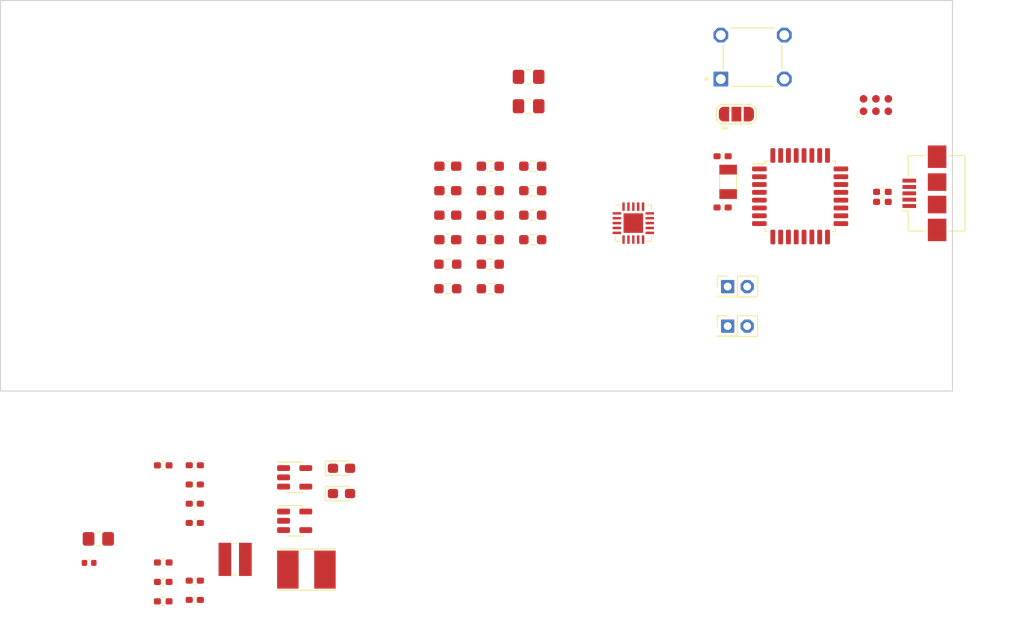
<source format=kicad_pcb>
(kicad_pcb (version 20240108) (generator "pcbnew") (generator_version "8.0")
  (layers (0 "F.Cu" signal) (31 "B.Cu" signal) (34 "B.Paste" user) (35 "F.Paste" user) (36 "B.SilkS" user "B.Silkscreen") (37 "F.SilkS" user "F.Silkscreen") (38 "B.Mask" user) (39 "F.Mask" user) (44 "Edge.Cuts" user))
  (net 0 "")
  (net 1 "Net-(U1-VOC_SAMP)")
  (net 2 "GND")
  (net 3 "/VBAT")
  (net 4 "Net-(U1-VOUT)")
  (net 5 "/SC")
  (net 6 "Net-(U1-VREF_SAMP)")
  (net 7 "+5V")
  (net 8 "VCC")
  (net 9 "Net-(U3-PC14)")
  (net 10 "Net-(U3-PC15)")
  (net 11 "/~{RST}")
  (net 12 "Net-(D1-K)")
  (net 13 "Net-(D2-K)")
  (net 14 "/LED")
  (net 15 "/SWDIO")
  (net 17 "/SWCLK")
  (net 19 "Net-(J6-D-)")
  (net 20 "Net-(J6-D+)")
  (net 22 "Net-(JP1-A)")
  (net 23 "/BOOT0")
  (net 25 "Net-(U1-LBUCK)")
  (net 26 "Net-(U1-LBOOST)")
  (net 27 "Net-(U1-VBAT_OV)")
  (net 28 "Net-(U1-VRDIV)")
  (net 29 "Net-(U1-OK_HYST)")
  (net 30 "Net-(U1-VOUT_SET)")
  (net 31 "Net-(U1-OK_PROG)")
  (net 32 "/VOUT_EN")
  (net 33 "/~{EN}")
  (net 34 "Net-(U2-PROG)")
  (net 35 "Net-(U2-STAT)")
  (net 36 "Net-(R13-Pad1)")
  (net 37 "/SCL")
  (net 38 "/SDA")
  (net 39 "/USB+")
  (net 40 "/USB-")
  (net 41 "/BAT_V_SENS")
  (net 44 "/VBAT_OK_t")
  (net 45 "/BAT_V")
  (net 46 "/SCK")
  (net 47 "/PA3")
  (net 48 "/PA4")
  (net 49 "/PA5")
  (net 50 "/MISO")
  (net 51 "/MOSI")
  (net 52 "/BUSY")
  (net 53 "/E-PAPER_RST")
  (net 54 "/PA8")
  (net 55 "/PA15")
  (net 56 "/DC")
  (net 57 "/PB5")
  (net 58 "/PB6")
  (net 59 "/PB7")
  (footprint "Connector_PinHeader_2.00mm:PinHeader_2x01_P2.00mm_Vertical" (layer "F.Cu") (at 184.475 104.35)
    (property "Reference" "J3" (hide yes))
    (property "Value" "Solar cell")
    (fp_line (start -1.06 -1.06) (end 0 -1.06) (stroke (width 0.12)) (layer "F.SilkS"))
    (fp_line (start -1.06 0) (end -1.06 -1.06) (stroke (width 0.12)) (layer "F.SilkS"))
    (fp_line (start -1.06 1) (end -1.06 1.06) (stroke (width 0.12)) (layer "F.SilkS"))
    (fp_line (start -1.06 1) (end 1 1) (stroke (width 0.12)) (layer "F.SilkS"))
    (fp_line (start -1.06 1.06) (end 3.06 1.06) (stroke (width 0.12)) (layer "F.SilkS"))
    (fp_line (start 1 -1.06) (end 3.06 -1.06) (stroke (width 0.12)) (layer "F.SilkS"))
    (fp_line (start 1 1) (end 1 -1.06) (stroke (width 0.12)) (layer "F.SilkS"))
    (fp_line (start 3.06 -1.06) (end 3.06 1.06) (stroke (width 0.12)) (layer "F.SilkS"))
    (pad "1" thru_hole custom (at 0 0) (size 1.35 1.35) (drill 0.8) (layers "*.Cu" "*.Mask") (net 5 "/SC") (options (clearance convexhull) (anchor circle)) (primitives (gr_poly (pts (xy 0.625 0.625) (xy -0.625 0.625) (xy -0.625 -0.625) (xy 0.625 -0.625)) (width 0.1) (fill yes))))
    (pad "2" thru_hole custom (at 2 0) (size 1.35 1.35) (drill 0.8) (layers "*.Cu" "*.Mask") (net 2 "GND") (options (clearance convexhull) (anchor circle)) (primitives (gr_poly (pts (xy 0.625 0.258884) (xy 0.258884 0.625) (xy -0.258884 0.625) (xy -0.625 0.258884) (xy -0.625 -0.258884) (xy -0.258884 -0.625) (xy 0.258884 -0.625) (xy 0.625 -0.258884)) (width 0.1) (fill yes))))
  )
  (footprint "Capacitor_SMD:C_0402_1005Metric_Pad0.74x0.62mm_HandSolder" (layer "F.Cu") (at 129.9 124.51)
    (property "Reference" "C9" (hide yes))
    (property "Value" "0.1uF")
    (fp_line (start -0.115835 -0.36) (end 0.115835 -0.36) (stroke (width 0.12)) (layer "F.SilkS"))
    (fp_line (start -0.115835 0.36) (end 0.115835 0.36) (stroke (width 0.12)) (layer "F.SilkS"))
    (pad "1" smd roundrect (at -0.5675 0) (size 0.735 0.62) (layers "F.Cu" "F.Paste" "F.Mask") (net 3 "/VBAT"))
    (pad "2" smd roundrect (at 0.5675 0) (size 0.735 0.62) (layers "F.Cu" "F.Paste" "F.Mask") (net 2 "GND"))
  )
  (footprint "Capacitor_SMD:C_0603_1608Metric_Pad1.08x0.95mm_HandSolder" (layer "F.Cu") (at 155.8125 95.5)
    (property "Reference" "C8" (hide yes))
    (property "Value" "10uF")
    (fp_line (start -0.146267 -0.51) (end 0.146267 -0.51) (stroke (width 0.12)) (layer "F.SilkS"))
    (fp_line (start -0.146267 0.51) (end 0.146267 0.51) (stroke (width 0.12)) (layer "F.SilkS"))
    (pad "1" smd roundrect (at -0.8625 0) (size 1.075 0.95) (layers "F.Cu" "F.Paste" "F.Mask") (net 2 "GND"))
    (pad "2" smd roundrect (at 0.8625 0) (size 1.075 0.95) (layers "F.Cu" "F.Paste" "F.Mask") (net 8 "VCC"))
  )
  (footprint "Connector_USB:USB_Micro-B_Amphenol_10104110_Horizontal" (layer "F.Cu") (at 204.625 90.75 90)
    (property "Reference" "J6" (hide yes))
    (property "Value" "USB_B_Micro")
    (fp_line (start 3.86 -1.66) (end 1.8 -1.66) (stroke (width 0.12)) (layer "F.SilkS"))
    (fp_line (start -1.8 -1.66) (end -1.8 -2.25) (stroke (width 0.12)) (layer "F.SilkS"))
    (fp_line (start -3.86 -1.66) (end -1.8 -1.66) (stroke (width 0.12)) (layer "F.SilkS"))
    (fp_line (start 3.86 0.05) (end 3.86 -1.66) (stroke (width 0.12)) (layer "F.SilkS"))
    (fp_line (start -3.86 0.05) (end -3.86 -1.66) (stroke (width 0.12)) (layer "F.SilkS"))
    (fp_line (start 3.86 4.16) (end 3.86 2.55) (stroke (width 0.12)) (layer "F.SilkS"))
    (fp_line (start -3.86 4.16) (end -3.86 2.55) (stroke (width 0.12)) (layer "F.SilkS"))
    (fp_line (start -3.86 4.16) (end 3.86 4.16) (stroke (width 0.12)) (layer "F.SilkS"))
    (pad "1" smd rect (at -1.3 -1.55 90) (size 0.4 1.4) (layers "F.Cu" "F.Paste" "F.Mask") (net 7 "+5V"))
    (pad "2" smd rect (at -0.65 -1.55 90) (size 0.4 1.4) (layers "F.Cu" "F.Paste" "F.Mask") (net 19 "Net-(J6-D-)"))
    (pad "3" smd rect (at 0 -1.55 90) (size 0.4 1.4) (layers "F.Cu" "F.Paste" "F.Mask") (net 20 "Net-(J6-D+)"))
    (pad "4" smd rect (at 0.65 -1.55 90) (size 0.4 1.4) (layers "F.Cu" "F.Paste" "F.Mask"))
    (pad "5" smd rect (at 1.3 -1.55 90) (size 0.4 1.4) (layers "F.Cu" "F.Paste" "F.Mask") (net 2 "GND"))
    (pad "6" smd rect (at -3.75 1.3 90) (size 2.3 1.9) (layers "F.Cu" "F.Paste" "F.Mask") (net 2 "GND"))
    (pad "6" smd rect (at -1.15 1.3 90) (size 1.8 1.9) (layers "F.Cu" "F.Paste" "F.Mask") (net 2 "GND"))
    (pad "6" smd rect (at 1.15 1.3 90) (size 1.8 1.9) (layers "F.Cu" "F.Paste" "F.Mask") (net 2 "GND"))
    (pad "6" smd rect (at 3.75 1.3 90) (size 2.3 1.9) (layers "F.Cu" "F.Paste" "F.Mask") (net 2 "GND"))
  )
  (footprint "Resistor_SMD:R_0402_1005Metric_Pad0.72x0.64mm_HandSolder" (layer "F.Cu") (at 200.325 90.6)
    (property "Reference" "R16" (hide yes))
    (property "Value" "27")
    (fp_line (start -0.167621 -0.38) (end 0.167621 -0.38) (stroke (width 0.12)) (layer "F.SilkS"))
    (fp_line (start -0.167621 0.38) (end 0.167621 0.38) (stroke (width 0.12)) (layer "F.SilkS"))
    (pad "1" smd roundrect (at -0.5975 0) (size 0.715 0.64) (layers "F.Cu" "F.Paste" "F.Mask") (net 39 "/USB+"))
    (pad "2" smd roundrect (at 0.5975 0) (size 0.715 0.64) (layers "F.Cu" "F.Paste" "F.Mask") (net 20 "Net-(J6-D+)"))
  )
  (footprint "Resistor_SMD:R_0603_1608Metric_Pad0.98x0.95mm_HandSolder" (layer "F.Cu") (at 160.1625 90.48)
    (property "Reference" "R4" (hide yes))
    (property "Value" "5.62M")
    (fp_line (start -0.254724 -0.5225) (end 0.254724 -0.5225) (stroke (width 0.12)) (layer "F.SilkS"))
    (fp_line (start -0.254724 0.5225) (end 0.254724 0.5225) (stroke (width 0.12)) (layer "F.SilkS"))
    (pad "1" smd roundrect (at -0.9125 0) (size 0.975 0.95) (layers "F.Cu" "F.Paste" "F.Mask") (net 2 "GND"))
    (pad "2" smd roundrect (at 0.9125 0) (size 0.975 0.95) (layers "F.Cu" "F.Paste" "F.Mask") (net 27 "Net-(U1-VBAT_OV)"))
  )
  (footprint "Capacitor_SMD:C_0402_1005Metric" (layer "F.Cu") (at 119.08 128.6)
    (property "Reference" "C13" (hide yes))
    (property "Value" "10pF")
    (fp_line (start -0.107836 -0.36) (end 0.107836 -0.36) (stroke (width 0.12)) (layer "F.SilkS"))
    (fp_line (start -0.107836 0.36) (end 0.107836 0.36) (stroke (width 0.12)) (layer "F.SilkS"))
    (pad "1" smd roundrect (at -0.48 0) (size 0.56 0.62) (layers "F.Cu" "F.Paste" "F.Mask") (net 11 "/~{RST}"))
    (pad "2" smd roundrect (at 0.48 0) (size 0.56 0.62) (layers "F.Cu" "F.Paste" "F.Mask") (net 2 "GND"))
  )
  (footprint "Capacitor_SMD:C_0603_1608Metric_Pad1.08x0.95mm_HandSolder" (layer "F.Cu") (at 155.8125 90.48)
    (property "Reference" "C3" (hide yes))
    (property "Value" "4.7uF")
    (fp_line (start -0.146267 -0.51) (end 0.146267 -0.51) (stroke (width 0.12)) (layer "F.SilkS"))
    (fp_line (start -0.146267 0.51) (end 0.146267 0.51) (stroke (width 0.12)) (layer "F.SilkS"))
    (pad "1" smd roundrect (at -0.8625 0) (size 1.075 0.95) (layers "F.Cu" "F.Paste" "F.Mask") (net 3 "/VBAT"))
    (pad "2" smd roundrect (at 0.8625 0) (size 1.075 0.95) (layers "F.Cu" "F.Paste" "F.Mask") (net 2 "GND"))
  )
  (footprint "Resistor_SMD:R_0603_1608Metric_Pad0.98x0.95mm_HandSolder" (layer "F.Cu") (at 164.5125 92.99)
    (property "Reference" "R11" (hide yes))
    (property "Value" "100")
    (fp_line (start -0.254724 -0.5225) (end 0.254724 -0.5225) (stroke (width 0.12)) (layer "F.SilkS"))
    (fp_line (start -0.254724 0.5225) (end 0.254724 0.5225) (stroke (width 0.12)) (layer "F.SilkS"))
    (pad "1" smd roundrect (at -0.9125 0) (size 0.975 0.95) (layers "F.Cu" "F.Paste" "F.Mask") (net 35 "Net-(U2-STAT)"))
    (pad "2" smd roundrect (at 0.9125 0) (size 0.975 0.95) (layers "F.Cu" "F.Paste" "F.Mask") (net 12 "Net-(D1-K)"))
  )
  (footprint "Capacitor_SMD:C_0402_1005Metric_Pad0.74x0.62mm_HandSolder" (layer "F.Cu") (at 129.9 130.42)
    (property "Reference" "C12" (hide yes))
    (property "Value" "0.1uF")
    (fp_line (start -0.115835 -0.36) (end 0.115835 -0.36) (stroke (width 0.12)) (layer "F.SilkS"))
    (fp_line (start -0.115835 0.36) (end 0.115835 0.36) (stroke (width 0.12)) (layer "F.SilkS"))
    (pad "1" smd roundrect (at -0.5675 0) (size 0.735 0.62) (layers "F.Cu" "F.Paste" "F.Mask") (net 8 "VCC"))
    (pad "2" smd roundrect (at 0.5675 0) (size 0.735 0.62) (layers "F.Cu" "F.Paste" "F.Mask") (net 2 "GND"))
  )
  (footprint "Crystal:Crystal_SMD_3215-2Pin_3.2x1.5mm" (layer "F.Cu") (at 184.525 89.575 -90)
    (property "Reference" "Y1" (hide yes))
    (property "Value" "32KHz")
    (fp_line (start -0.675 0.875) (end 0.675 0.875) (stroke (width 0.12)) (layer "F.SilkS"))
    (fp_line (start -0.675 -0.875) (end 0.675 -0.875) (stroke (width 0.12)) (layer "F.SilkS"))
    (pad "1" smd rect (at 1.25 0 270) (size 1 1.8) (layers "F.Cu" "F.Paste" "F.Mask") (net 10 "Net-(U3-PC15)"))
    (pad "2" smd rect (at -1.25 0 270) (size 1 1.8) (layers "F.Cu" "F.Paste" "F.Mask") (net 9 "Net-(U3-PC14)"))
  )
  (footprint "Capacitor_SMD:C_0402_1005Metric_Pad0.74x0.62mm_HandSolder" (layer "F.Cu") (at 129.9 132.39)
    (property "Reference" "C14" (hide yes))
    (property "Value" "0.1uF")
    (fp_line (start -0.115835 -0.36) (end 0.115835 -0.36) (stroke (width 0.12)) (layer "F.SilkS"))
    (fp_line (start -0.115835 0.36) (end 0.115835 0.36) (stroke (width 0.12)) (layer "F.SilkS"))
    (pad "1" smd roundrect (at -0.5675 0) (size 0.735 0.62) (layers "F.Cu" "F.Paste" "F.Mask") (net 8 "VCC"))
    (pad "2" smd roundrect (at 0.5675 0) (size 0.735 0.62) (layers "F.Cu" "F.Paste" "F.Mask") (net 2 "GND"))
  )
  (footprint "Connector_PinHeader_2.00mm:PinHeader_2x01_P2.00mm_Vertical" (layer "F.Cu") (at 184.475 100.3)
    (property "Reference" "J2" (hide yes))
    (property "Value" "Battery")
    (fp_line (start -1.06 -1.06) (end 0 -1.06) (stroke (width 0.12)) (layer "F.SilkS"))
    (fp_line (start -1.06 0) (end -1.06 -1.06) (stroke (width 0.12)) (layer "F.SilkS"))
    (fp_line (start -1.06 1) (end -1.06 1.06) (stroke (width 0.12)) (layer "F.SilkS"))
    (fp_line (start -1.06 1) (end 1 1) (stroke (width 0.12)) (layer "F.SilkS"))
    (fp_line (start -1.06 1.06) (end 3.06 1.06) (stroke (width 0.12)) (layer "F.SilkS"))
    (fp_line (start 1 -1.06) (end 3.06 -1.06) (stroke (width 0.12)) (layer "F.SilkS"))
    (fp_line (start 1 1) (end 1 -1.06) (stroke (width 0.12)) (layer "F.SilkS"))
    (fp_line (start 3.06 -1.06) (end 3.06 1.06) (stroke (width 0.12)) (layer "F.SilkS"))
    (pad "1" thru_hole custom (at 0 0) (size 1.35 1.35) (drill 0.8) (layers "*.Cu" "*.Mask") (net 3 "/VBAT") (options (clearance convexhull) (anchor circle)) (primitives (gr_poly (pts (xy 0.625 0.625) (xy -0.625 0.625) (xy -0.625 -0.625) (xy 0.625 -0.625)) (width 0.1) (fill yes))))
    (pad "2" thru_hole custom (at 2 0) (size 1.35 1.35) (drill 0.8) (layers "*.Cu" "*.Mask") (net 2 "GND") (options (clearance convexhull) (anchor circle)) (primitives (gr_poly (pts (xy 0.625 0.258884) (xy 0.258884 0.625) (xy -0.258884 0.625) (xy -0.625 0.258884) (xy -0.625 -0.258884) (xy -0.258884 -0.625) (xy 0.258884 -0.625) (xy 0.625 -0.258884)) (width 0.1) (fill yes))))
  )
  (footprint "Resistor_SMD:R_0603_1608Metric_Pad0.98x0.95mm_HandSolder" (layer "F.Cu") (at 160.1625 95.5)
    (property "Reference" "R6" (hide yes))
    (property "Value" "4.75M")
    (fp_line (start -0.254724 -0.5225) (end 0.254724 -0.5225) (stroke (width 0.12)) (layer "F.SilkS"))
    (fp_line (start -0.254724 0.5225) (end 0.254724 0.5225) (stroke (width 0.12)) (layer "F.SilkS"))
    (pad "1" smd roundrect (at -0.9125 0) (size 0.975 0.95) (layers "F.Cu" "F.Paste" "F.Mask") (net 2 "GND"))
    (pad "2" smd roundrect (at 0.9125 0) (size 0.975 0.95) (layers "F.Cu" "F.Paste" "F.Mask") (net 30 "Net-(U1-VOUT_SET)"))
  )
  (footprint "Resistor_SMD:R_0402_1005Metric_Pad0.72x0.64mm_HandSolder" (layer "F.Cu") (at 200.325 91.625)
    (property "Reference" "R17" (hide yes))
    (property "Value" "27")
    (fp_line (start -0.167621 -0.38) (end 0.167621 -0.38) (stroke (width 0.12)) (layer "F.SilkS"))
    (fp_line (start -0.167621 0.38) (end 0.167621 0.38) (stroke (width 0.12)) (layer "F.SilkS"))
    (pad "1" smd roundrect (at -0.5975 0) (size 0.715 0.64) (layers "F.Cu" "F.Paste" "F.Mask") (net 40 "/USB-"))
    (pad "2" smd roundrect (at 0.5975 0) (size 0.715 0.64) (layers "F.Cu" "F.Paste" "F.Mask") (net 19 "Net-(J6-D-)"))
  )
  (footprint "Resistor_SMD:R_0603_1608Metric_Pad0.98x0.95mm_HandSolder" (layer "F.Cu") (at 164.5125 87.97)
    (property "Reference" "R9" (hide yes))
    (property "Value" "4.22M")
    (fp_line (start -0.254724 -0.5225) (end 0.254724 -0.5225) (stroke (width 0.12)) (layer "F.SilkS"))
    (fp_line (start -0.254724 0.5225) (end 0.254724 0.5225) (stroke (width 0.12)) (layer "F.SilkS"))
    (pad "1" smd roundrect (at -0.9125 0) (size 0.975 0.95) (layers "F.Cu" "F.Paste" "F.Mask") (net 2 "GND"))
    (pad "2" smd roundrect (at 0.9125 0) (size 0.975 0.95) (layers "F.Cu" "F.Paste" "F.Mask") (net 31 "Net-(U1-OK_PROG)"))
  )
  (footprint "Resistor_SMD:R_0603_1608Metric_Pad0.98x0.95mm_HandSolder" (layer "F.Cu") (at 155.8125 100.52)
    (property "Reference" "R2" (hide yes))
    (property "Value" "330K")
    (fp_line (start -0.254724 -0.5225) (end 0.254724 -0.5225) (stroke (width 0.12)) (layer "F.SilkS"))
    (fp_line (start -0.254724 0.5225) (end 0.254724 0.5225) (stroke (width 0.12)) (layer "F.SilkS"))
    (pad "1" smd roundrect (at -0.9125 0) (size 0.975 0.95) (layers "F.Cu" "F.Paste" "F.Mask") (net 29 "Net-(U1-OK_HYST)"))
    (pad "2" smd roundrect (at 0.9125 0) (size 0.975 0.95) (layers "F.Cu" "F.Paste" "F.Mask") (net 28 "Net-(U1-VRDIV)"))
  )
  (footprint "Connector:Tag-Connect_TC2030-IDC-NL_2x03_P1.27mm_Vertical" (layer "F.Cu") (at 199.66 81.709)
    (property "Reference" "J4" (hide yes))
    (property "Value" "Conn_ARM_SWD_TagConnect_TC2030-NL")
    (fp_line (start -1.905 1.27) (end -1.905 0.635) (stroke (width 0.12)) (layer "F.SilkS"))
    (fp_line (start -1.27 1.27) (end -1.905 1.27) (stroke (width 0.12)) (layer "F.SilkS"))
    (pad "" np_thru_hole circle (at -2.54 0) (size 0.9906 0.9906) (drill 0.9906) (layers "*.Cu" "*.Mask"))
    (pad "" np_thru_hole circle (at 2.54 -1.016) (size 0.9906 0.9906) (drill 0.9906) (layers "*.Cu" "*.Mask"))
    (pad "" np_thru_hole circle (at 2.54 1.016) (size 0.9906 0.9906) (drill 0.9906) (layers "*.Cu" "*.Mask"))
    (pad "1" connect circle (at -1.27 0.635) (size 0.7874 0.7874) (layers "F.Cu" "F.Mask") (net 8 "VCC"))
    (pad "2" connect circle (at -1.27 -0.635) (size 0.7874 0.7874) (layers "F.Cu" "F.Mask") (net 15 "/SWDIO"))
    (pad "3" connect circle (at 0 0.635) (size 0.7874 0.7874) (layers "F.Cu" "F.Mask"))
    (pad "4" connect circle (at 0 -0.635) (size 0.7874 0.7874) (layers "F.Cu" "F.Mask") (net 17 "/SWCLK"))
    (pad "5" connect circle (at 1.27 0.635) (size 0.7874 0.7874) (layers "F.Cu" "F.Mask") (net 2 "GND"))
    (pad "6" connect circle (at 1.27 -0.635) (size 0.7874 0.7874) (layers "F.Cu" "F.Mask"))
  )
  (footprint "Inductor_SMD:L_Wuerth_MAPI-3015" (layer "F.Cu") (at 134.03 128.24)
    (property "Reference" "L1" (hide yes))
    (property "Value" "4.7uH")
    (fp_line (start -0.2 -1.6) (end 0.2 -1.6) (stroke (width 0.12)) (layer "F.SilkS"))
    (fp_line (start -0.2 1.6) (end 0.2 1.6) (stroke (width 0.12)) (layer "F.SilkS"))
    (pad "1" smd rect (at -1.05 0) (size 1.3 3.4) (layers "F.Cu" "F.Paste" "F.Mask") (net 25 "Net-(U1-LBUCK)"))
    (pad "2" smd rect (at 1.05 0) (size 1.3 3.4) (layers "F.Cu" "F.Paste" "F.Mask") (net 4 "Net-(U1-VOUT)"))
  )
  (footprint "Capacitor_SMD:C_0402_1005Metric_Pad0.74x0.62mm_HandSolder" (layer "F.Cu") (at 129.9 122.54)
    (property "Reference" "C7" (hide yes))
    (property "Value" "0.1uF")
    (fp_line (start -0.115835 -0.36) (end 0.115835 -0.36) (stroke (width 0.12)) (layer "F.SilkS"))
    (fp_line (start -0.115835 0.36) (end 0.115835 0.36) (stroke (width 0.12)) (layer "F.SilkS"))
    (pad "1" smd roundrect (at -0.5675 0) (size 0.735 0.62) (layers "F.Cu" "F.Paste" "F.Mask") (net 7 "+5V"))
    (pad "2" smd roundrect (at 0.5675 0) (size 0.735 0.62) (layers "F.Cu" "F.Paste" "F.Mask") (net 2 "GND"))
  )
  (footprint "Resistor_SMD:R_0603_1608Metric_Pad0.98x0.95mm_HandSolder" (layer "F.Cu") (at 164.5125 90.48)
    (property "Reference" "R10" (hide yes))
    (property "Value" "10k")
    (fp_line (start -0.254724 -0.5225) (end 0.254724 -0.5225) (stroke (width 0.12)) (layer "F.SilkS"))
    (fp_line (start -0.254724 0.5225) (end 0.254724 0.5225) (stroke (width 0.12)) (layer "F.SilkS"))
    (pad "1" smd roundrect (at -0.9125 0) (size 0.975 0.95) (layers "F.Cu" "F.Paste" "F.Mask") (net 2 "GND"))
    (pad "2" smd roundrect (at 0.9125 0) (size 0.975 0.95) (layers "F.Cu" "F.Paste" "F.Mask") (net 34 "Net-(U2-PROG)"))
  )
  (footprint "Resistor_SMD:R_0603_1608Metric_Pad0.98x0.95mm_HandSolder" (layer "F.Cu") (at 164.5125 95.5)
    (property "Reference" "R18" (hide yes))
    (property "Value" "100")
    (fp_line (start -0.254724 -0.5225) (end 0.254724 -0.5225) (stroke (width 0.12)) (layer "F.SilkS"))
    (fp_line (start -0.254724 0.5225) (end 0.254724 0.5225) (stroke (width 0.12)) (layer "F.SilkS"))
    (pad "1" smd roundrect (at -0.9125 0) (size 0.975 0.95) (layers "F.Cu" "F.Paste" "F.Mask") (net 2 "GND"))
    (pad "2" smd roundrect (at 0.9125 0) (size 0.975 0.95) (layers "F.Cu" "F.Paste" "F.Mask") (net 13 "Net-(D2-K)"))
  )
  (footprint "Resistor_SMD:R_0402_1005Metric_Pad0.72x0.64mm_HandSolder" (layer "F.Cu") (at 126.67 132.54)
    (property "Reference" "R21" (hide yes))
    (property "Value" "100K")
    (fp_line (start -0.167621 -0.38) (end 0.167621 -0.38) (stroke (width 0.12)) (layer "F.SilkS"))
    (fp_line (start -0.167621 0.38) (end 0.167621 0.38) (stroke (width 0.12)) (layer "F.SilkS"))
    (pad "1" smd roundrect (at -0.5975 0) (size 0.715 0.64) (layers "F.Cu" "F.Paste" "F.Mask") (net 41 "/BAT_V_SENS"))
    (pad "2" smd roundrect (at 0.5975 0) (size 0.715 0.64) (layers "F.Cu" "F.Paste" "F.Mask") (net 2 "GND"))
  )
  (footprint "LED_SMD:LED_0603_1608Metric_Pad1.05x0.95mm_HandSolder" (layer "F.Cu") (at 144.925 118.91)
    (property "Reference" "D1" (hide yes))
    (property "Value" "RED")
    (fp_line (start -1.66 -0.735) (end -1.66 0.735) (stroke (width 0.12)) (layer "F.SilkS"))
    (fp_line (start -1.66 0.735) (end 0.8 0.735) (stroke (width 0.12)) (layer "F.SilkS"))
    (fp_line (start 0.8 -0.735) (end -1.66 -0.735) (stroke (width 0.12)) (layer "F.SilkS"))
    (pad "1" smd roundrect (at -0.875 0) (size 1.05 0.95) (layers "F.Cu" "F.Paste" "F.Mask") (net 12 "Net-(D1-K)"))
    (pad "2" smd roundrect (at 0.875 0) (size 1.05 0.95) (layers "F.Cu" "F.Paste" "F.Mask") (net 7 "+5V"))
  )
  (footprint "Resistor_SMD:R_0402_1005Metric_Pad0.72x0.64mm_HandSolder" (layer "F.Cu") (at 126.67 128.56)
    (property "Reference" "R19" (hide yes))
    (property "Value" "10K")
    (fp_line (start -0.167621 -0.38) (end 0.167621 -0.38) (stroke (width 0.12)) (layer "F.SilkS"))
    (fp_line (start -0.167621 0.38) (end 0.167621 0.38) (stroke (width 0.12)) (layer "F.SilkS"))
    (pad "1" smd roundrect (at -0.5975 0) (size 0.715 0.64) (layers "F.Cu" "F.Paste" "F.Mask") (net 2 "GND"))
    (pad "2" smd roundrect (at 0.5975 0) (size 0.715 0.64) (layers "F.Cu" "F.Paste" "F.Mask") (net 22 "Net-(JP1-A)"))
  )
  (footprint "Capacitor_SMD:C_0603_1608Metric_Pad1.08x0.95mm_HandSolder" (layer "F.Cu") (at 155.8125 92.99)
    (property "Reference" "C5" (hide yes))
    (property "Value" "10uF")
    (fp_line (start -0.146267 -0.51) (end 0.146267 -0.51) (stroke (width 0.12)) (layer "F.SilkS"))
    (fp_line (start -0.146267 0.51) (end 0.146267 0.51) (stroke (width 0.12)) (layer "F.SilkS"))
    (pad "1" smd roundrect (at -0.8625 0) (size 1.075 0.95) (layers "F.Cu" "F.Paste" "F.Mask") (net 5 "/SC"))
    (pad "2" smd roundrect (at 0.8625 0) (size 1.075 0.95) (layers "F.Cu" "F.Paste" "F.Mask") (net 2 "GND"))
  )
  (footprint "Jumper:SolderJumper-3_P1.3mm_Open_RoundedPad1.0x1.5mm" (layer "F.Cu") (at 185.37 82.64)
    (property "Reference" "JP1" (hide yes))
    (property "Value" "BOOT")
    (fp_line (start -2.05 0.3) (end -2.05 -0.3) (stroke (width 0.12)) (layer "F.SilkS"))
    (fp_line (start -1.5 1.5) (end -0.9 1.5) (stroke (width 0.12)) (layer "F.SilkS"))
    (fp_line (start -1.4 -1) (end 1.4 -1) (stroke (width 0.12)) (layer "F.SilkS"))
    (fp_line (start -1.2 1.2) (end -1.5 1.5) (stroke (width 0.12)) (layer "F.SilkS"))
    (fp_line (start -1.2 1.2) (end -0.9 1.5) (stroke (width 0.12)) (layer "F.SilkS"))
    (fp_line (start 1.4 1) (end -1.4 1) (stroke (width 0.12)) (layer "F.SilkS"))
    (fp_line (start 2.05 -0.3) (end 2.05 0.3) (stroke (width 0.12)) (layer "F.SilkS"))
    (fp_arc (start -2.05 -0.3) (mid -1.844975 -0.794975) (end -1.35 -1) (stroke (width 0.12)) (layer "F.SilkS"))
    (fp_arc (start -1.35 1) (mid -1.844975 0.794975) (end -2.05 0.3) (stroke (width 0.12)) (layer "F.SilkS"))
    (fp_arc (start 1.35 -1) (mid 1.844975 -0.794975) (end 2.05 -0.3) (stroke (width 0.12)) (layer "F.SilkS"))
    (fp_arc (start 2.05 0.3) (mid 1.844975 0.794975) (end 1.35 1) (stroke (width 0.12)) (layer "F.SilkS"))
    (pad "1" smd custom (at -1.3 0) (size 1 0.5) (layers "F.Cu" "F.Mask") (net 22 "Net-(JP1-A)") (options (clearance outline) (anchor rect)) (primitives (gr_circle (center 0 0.25) (end 0.5 0.25) (width 0) (fill yes)) (gr_circle (center 0 -0.25) (end 0.5 -0.25) (width 0) (fill yes)) (gr_poly (pts (xy 0.55 0.75) (xy 0 0.75) (xy 0 -0.75) (xy 0.55 -0.75)) (width 0) (fill yes))))
    (pad "2" smd rect (at 0 0) (size 1 1.5) (layers "F.Cu" "F.Mask") (net 23 "/BOOT0"))
    (pad "3" smd custom (at 1.3 0) (size 1 0.5) (layers "F.Cu" "F.Mask") (options (clearance outline) (anchor rect)) (primitives (gr_circle (center 0 0.25) (end 0.5 0.25) (width 0) (fill yes)) (gr_circle (center 0 -0.25) (end 0.5 -0.25) (width 0) (fill yes)) (gr_poly (pts (xy 0 0.75) (xy -0.55 0.75) (xy -0.55 -0.75) (xy 0 -0.75)) (width 0) (fill yes))))
  )
  (footprint "LED_SMD:LED_0603_1608Metric_Pad1.05x0.95mm_HandSolder" (layer "F.Cu") (at 144.925 121.5)
    (property "Reference" "D2" (hide yes))
    (property "Value" "RED")
    (fp_line (start -1.66 -0.735) (end -1.66 0.735) (stroke (width 0.12)) (layer "F.SilkS"))
    (fp_line (start -1.66 0.735) (end 0.8 0.735) (stroke (width 0.12)) (layer "F.SilkS"))
    (fp_line (start 0.8 -0.735) (end -1.66 -0.735) (stroke (width 0.12)) (layer "F.SilkS"))
    (pad "1" smd roundrect (at -0.875 0) (size 1.05 0.95) (layers "F.Cu" "F.Paste" "F.Mask") (net 13 "Net-(D2-K)"))
    (pad "2" smd roundrect (at 0.875 0) (size 1.05 0.95) (layers "F.Cu" "F.Paste" "F.Mask") (net 14 "/LED"))
  )
  (footprint "Package_TO_SOT_SMD:TSOT-23-5" (layer "F.Cu") (at 140.13 124.29)
    (property "Reference" "U4" (hide yes))
    (property "Value" "ADP160AUJZ-3.3-R7")
    (fp_line (start 0 -1.56) (end -1.8 -1.56) (stroke (width 0.12)) (layer "F.SilkS"))
    (fp_line (start 0 -1.56) (end 0.8 -1.56) (stroke (width 0.12)) (layer "F.SilkS"))
    (fp_line (start 0 1.56) (end -0.8 1.56) (stroke (width 0.12)) (layer "F.SilkS"))
    (fp_line (start 0 1.56) (end 0.8 1.56) (stroke (width 0.12)) (layer "F.SilkS"))
    (pad "1" smd roundrect (at -1.1375 -0.95) (size 1.325 0.6) (layers "F.Cu" "F.Paste" "F.Mask") (net 3 "/VBAT"))
    (pad "2" smd roundrect (at -1.1375 0) (size 1.325 0.6) (layers "F.Cu" "F.Paste" "F.Mask") (net 2 "GND"))
    (pad "3" smd roundrect (at -1.1375 0.95) (size 1.325 0.6) (layers "F.Cu" "F.Paste" "F.Mask") (net 3 "/VBAT"))
    (pad "4" smd roundrect (at 1.1375 0.95) (size 1.325 0.6) (layers "F.Cu" "F.Paste" "F.Mask"))
    (pad "5" smd roundrect (at 1.1375 -0.95) (size 1.325 0.6) (layers "F.Cu" "F.Paste" "F.Mask") (net 8 "VCC"))
  )
  (footprint "Resistor_SMD:R_0402_1005Metric_Pad0.72x0.64mm_HandSolder" (layer "F.Cu") (at 126.67 118.61)
    (property "Reference" "R13" (hide yes))
    (property "Value" "330")
    (fp_line (start -0.167621 -0.38) (end 0.167621 -0.38) (stroke (width 0.12)) (layer "F.SilkS"))
    (fp_line (start -0.167621 0.38) (end 0.167621 0.38) (stroke (width 0.12)) (layer "F.SilkS"))
    (pad "1" smd roundrect (at -0.5975 0) (size 0.715 0.64) (layers "F.Cu" "F.Paste" "F.Mask") (net 36 "Net-(R13-Pad1)"))
    (pad "2" smd roundrect (at 0.5975 0) (size 0.715 0.64) (layers "F.Cu" "F.Paste" "F.Mask") (net 11 "/~{RST}"))
  )
  (footprint "Resistor_SMD:R_0603_1608Metric_Pad0.98x0.95mm_HandSolder" (layer "F.Cu") (at 160.1625 87.97)
    (property "Reference" "R3" (hide yes))
    (property "Value" "8.25M")
    (fp_line (start -0.254724 -0.5225) (end 0.254724 -0.5225) (stroke (width 0.12)) (layer "F.SilkS"))
    (fp_line (start -0.254724 0.5225) (end 0.254724 0.5225) (stroke (width 0.12)) (layer "F.SilkS"))
    (pad "1" smd roundrect (at -0.9125 0) (size 0.975 0.95) (layers "F.Cu" "F.Paste" "F.Mask") (net 30 "Net-(U1-VOUT_SET)"))
    (pad "2" smd roundrect (at 0.9125 0) (size 0.975 0.95) (layers "F.Cu" "F.Paste" "F.Mask") (net 28 "Net-(U1-VRDIV)"))
  )
  (footprint "Resistor_SMD:R_0603_1608Metric_Pad0.98x0.95mm_HandSolder" (layer "F.Cu") (at 160.1625 92.99)
    (property "Reference" "R5" (hide yes))
    (property "Value" "8.45M")
    (fp_line (start -0.254724 -0.5225) (end 0.254724 -0.5225) (stroke (width 0.12)) (layer "F.SilkS"))
    (fp_line (start -0.254724 0.5225) (end 0.254724 0.5225) (stroke (width 0.12)) (layer "F.SilkS"))
    (pad "1" smd roundrect (at -0.9125 0) (size 0.975 0.95) (layers "F.Cu" "F.Paste" "F.Mask") (net 31 "Net-(U1-OK_PROG)"))
    (pad "2" smd roundrect (at 0.9125 0) (size 0.975 0.95) (layers "F.Cu" "F.Paste" "F.Mask") (net 29 "Net-(U1-OK_HYST)"))
  )
  (footprint "Resistor_SMD:R_0603_1608Metric_Pad0.98x0.95mm_HandSolder" (layer "F.Cu") (at 160.1625 100.52)
    (property "Reference" "R8" (hide yes))
    (property "Value" "10k")
    (fp_line (start -0.254724 -0.5225) (end 0.254724 -0.5225) (stroke (width 0.12)) (layer "F.SilkS"))
    (fp_line (start -0.254724 0.5225) (end 0.254724 0.5225) (stroke (width 0.12)) (layer "F.SilkS"))
    (pad "1" smd roundrect (at -0.9125 0) (size 0.975 0.95) (layers "F.Cu" "F.Paste" "F.Mask") (net 2 "GND"))
    (pad "2" smd roundrect (at 0.9125 0) (size 0.975 0.95) (layers "F.Cu" "F.Paste" "F.Mask") (net 33 "/~{EN}"))
  )
  (footprint "Inductor_SMD:L_Taiyo-Yuden_NR-40xx_HandSoldering" (layer "F.Cu") (at 141.33 129.29)
    (property "Reference" "L2" (hide yes))
    (property "Value" "22uH")
    (fp_line (start -3 -2.1) (end 3 -2.1) (stroke (width 0.12)) (layer "F.SilkS"))
    (fp_line (start -3 2.1) (end 3 2.1) (stroke (width 0.12)) (layer "F.SilkS"))
    (pad "1" smd rect (at -1.9 0) (size 2.2 3.9) (layers "F.Cu" "F.Paste" "F.Mask") (net 5 "/SC"))
    (pad "2" smd rect (at 1.9 0) (size 2.2 3.9) (layers "F.Cu" "F.Paste" "F.Mask") (net 26 "Net-(U1-LBOOST)"))
  )
  (footprint "Mylib:SW_TL1105F160Q" (layer "F.Cu") (at 187.025 76.8)
    (property "Reference" "S1" (hide yes))
    (property "Value" "TL1105F160Q")
    (fp_line (start -3 -1.1825) (end -3 1.1825) (stroke (width 0.127)) (layer "F.SilkS"))
    (fp_line (start -2.1825 -3) (end 2.1825 -3) (stroke (width 0.127)) (layer "F.SilkS"))
    (fp_line (start -2.1825 3) (end 2.1825 3) (stroke (width 0.127)) (layer "F.SilkS"))
    (fp_line (start 3 -1.1825) (end 3 1.1825) (stroke (width 0.127)) (layer "F.SilkS"))
    (fp_circle (center -4.75 2.25) (end -4.65 2.25) (stroke (width 0.2)) (fill none) (layer "F.SilkS"))
    (pad "1" thru_hole custom (at -3.25 2.25) (size 1.508 1.508) (drill 1) (layers "*.Cu" "*.Mask") (net 2 "GND") (options (clearance convexhull) (anchor circle)) (primitives (gr_poly (pts (xy 0.704 0.704) (xy -0.704 0.704) (xy -0.704 -0.704) (xy 0.704 -0.704)) (width 0.1) (fill yes))))
    (pad "2" thru_hole custom (at 3.25 2.25) (size 1.508 1.508) (drill 1) (layers "*.Cu" "*.Mask") (options (clearance convexhull) (anchor circle)) (primitives (gr_poly (pts (xy 0.704 0.291607) (xy 0.291607 0.704) (xy -0.291607 0.704) (xy -0.704 0.291607) (xy -0.704 -0.291607) (xy -0.291607 -0.704) (xy 0.291607 -0.704) (xy 0.704 -0.291607)) (width 0.1) (fill yes))))
    (pad "3" thru_hole custom (at -3.25 -2.25) (size 1.508 1.508) (drill 1) (layers "*.Cu" "*.Mask") (net 36 "Net-(R13-Pad1)") (options (clearance convexhull) (anchor circle)) (primitives (gr_poly (pts (xy 0.704 0.291607) (xy 0.291607 0.704) (xy -0.291607 0.704) (xy -0.704 0.291607) (xy -0.704 -0.291607) (xy -0.291607 -0.704) (xy 0.291607 -0.704) (xy 0.704 -0.291607)) (width 0.1) (fill yes))))
    (pad "4" thru_hole custom (at 3.25 -2.25) (size 1.508 1.508) (drill 1) (layers "*.Cu" "*.Mask") (options (clearance convexhull) (anchor circle)) (primitives (gr_poly (pts (xy 0.704 0.291607) (xy 0.291607 0.704) (xy -0.291607 0.704) (xy -0.704 0.291607) (xy -0.704 -0.291607) (xy -0.291607 -0.704) (xy 0.291607 -0.704) (xy 0.704 -0.291607)) (width 0.1) (fill yes))))
  )
  (footprint "Capacitor_SMD:C_0402_1005Metric_Pad0.74x0.62mm_HandSolder" (layer "F.Cu") (at 129.9 120.57)
    (property "Reference" "C6" (hide yes))
    (property "Value" "0.01uF")
    (fp_line (start -0.115835 -0.36) (end 0.115835 -0.36) (stroke (width 0.12)) (layer "F.SilkS"))
    (fp_line (start -0.115835 0.36) (end 0.115835 0.36) (stroke (width 0.12)) (layer "F.SilkS"))
    (pad "1" smd roundrect (at -0.5675 0) (size 0.735 0.62) (layers "F.Cu" "F.Paste" "F.Mask") (net 6 "Net-(U1-VREF_SAMP)"))
    (pad "2" smd roundrect (at 0.5675 0) (size 0.735 0.62) (layers "F.Cu" "F.Paste" "F.Mask") (net 2 "GND"))
  )
  (footprint "Capacitor_SMD:C_0805_2012Metric_Pad1.18x1.45mm_HandSolder" (layer "F.Cu") (at 164.09 81.83)
    (property "Reference" "C15" (hide yes))
    (property "Value" "47uF")
    (fp_line (start -0.261252 -0.735) (end 0.261252 -0.735) (stroke (width 0.12)) (layer "F.SilkS"))
    (fp_line (start -0.261252 0.735) (end 0.261252 0.735) (stroke (width 0.12)) (layer "F.SilkS"))
    (pad "1" smd roundrect (at -1.0375 0) (size 1.175 1.45) (layers "F.Cu" "F.Paste" "F.Mask") (roundrect_rratio 0.212766) (net 7 "+5V"))
    (pad "2" smd roundrect (at 1.0375 0) (size 1.175 1.45) (layers "F.Cu" "F.Paste" "F.Mask") (roundrect_rratio 0.212766) (net 2 "GND"))
  )
  (footprint "Resistor_SMD:R_0603_1608Metric_Pad0.98x0.95mm_HandSolder" (layer "F.Cu") (at 155.8125 98.01)
    (property "Reference" "R1" (hide yes))
    (property "Value" "7.32M")
    (fp_line (start -0.254724 -0.5225) (end 0.254724 -0.5225) (stroke (width 0.12)) (layer "F.SilkS"))
    (fp_line (start -0.254724 0.5225) (end 0.254724 0.5225) (stroke (width 0.12)) (layer "F.SilkS"))
    (pad "1" smd roundrect (at -0.9125 0) (size 0.975 0.95) (layers "F.Cu" "F.Paste" "F.Mask") (net 27 "Net-(U1-VBAT_OV)"))
    (pad "2" smd roundrect (at 0.9125 0) (size 0.975 0.95) (layers "F.Cu" "F.Paste" "F.Mask") (net 28 "Net-(U1-VRDIV)"))
  )
  (footprint "Capacitor_SMD:C_0603_1608Metric_Pad1.08x0.95mm_HandSolder" (layer "F.Cu") (at 155.8125 87.97)
    (property "Reference" "C2" (hide yes))
    (property "Value" "4.7uF")
    (fp_line (start -0.146267 -0.51) (end 0.146267 -0.51) (stroke (width 0.12)) (layer "F.SilkS"))
    (fp_line (start -0.146267 0.51) (end 0.146267 0.51) (stroke (width 0.12)) (layer "F.SilkS"))
    (pad "1" smd roundrect (at -0.8625 0) (size 1.075 0.95) (layers "F.Cu" "F.Paste" "F.Mask") (net 1 "Net-(U1-VOC_SAMP)"))
    (pad "2" smd roundrect (at 0.8625 0) (size 1.075 0.95) (layers "F.Cu" "F.Paste" "F.Mask") (net 2 "GND"))
  )
  (footprint "Capacitor_SMD:C_0805_2012Metric_Pad1.18x1.45mm_HandSolder" (layer "F.Cu") (at 164.09 78.82)
    (property "Reference" "C4" (hide yes))
    (property "Value" "22uF")
    (fp_line (start -0.261252 -0.735) (end 0.261252 -0.735) (stroke (width 0.12)) (layer "F.SilkS"))
    (fp_line (start -0.261252 0.735) (end 0.261252 0.735) (stroke (width 0.12)) (layer "F.SilkS"))
    (pad "1" smd roundrect (at -1.0375 0) (size 1.175 1.45) (layers "F.Cu" "F.Paste" "F.Mask") (roundrect_rratio 0.212766) (net 4 "Net-(U1-VOUT)"))
    (pad "2" smd roundrect (at 1.0375 0) (size 1.175 1.45) (layers "F.Cu" "F.Paste" "F.Mask") (roundrect_rratio 0.212766) (net 2 "GND"))
  )
  (footprint "Capacitor_SMD:C_0402_1005Metric_Pad0.74x0.62mm_HandSolder" (layer "F.Cu") (at 129.9 118.6)
    (property "Reference" "C1" (hide yes))
    (property "Value" "0.1uF")
    (fp_line (start -0.115835 -0.36) (end 0.115835 -0.36) (stroke (width 0.12)) (layer "F.SilkS"))
    (fp_line (start -0.115835 0.36) (end 0.115835 0.36) (stroke (width 0.12)) (layer "F.SilkS"))
    (pad "1" smd roundrect (at -0.5675 0) (size 0.735 0.62) (layers "F.Cu" "F.Paste" "F.Mask") (net 1 "Net-(U1-VOC_SAMP)"))
    (pad "2" smd roundrect (at 0.5675 0) (size 0.735 0.62) (layers "F.Cu" "F.Paste" "F.Mask") (net 2 "GND"))
  )
  (footprint "Package_DFN_QFN:QFN-20-1EP_3.5x3.5mm_P0.5mm_EP2x2mm" (layer "F.Cu") (at 174.8125 93.8)
    (property "Reference" "U1" (hide yes))
    (property "Value" "BQ25570")
    (fp_line (start -1.86 1.86) (end -1.86 1.385) (stroke (width 0.12)) (layer "F.SilkS"))
    (fp_line (start -1.385 -1.86) (end -1.86 -1.86) (stroke (width 0.12)) (layer "F.SilkS"))
    (fp_line (start -1.385 1.86) (end -1.86 1.86) (stroke (width 0.12)) (layer "F.SilkS"))
    (fp_line (start 1.385 -1.86) (end 1.86 -1.86) (stroke (width 0.12)) (layer "F.SilkS"))
    (fp_line (start 1.385 1.86) (end 1.86 1.86) (stroke (width 0.12)) (layer "F.SilkS"))
    (fp_line (start 1.86 -1.86) (end 1.86 -1.385) (stroke (width 0.12)) (layer "F.SilkS"))
    (fp_line (start 1.86 1.86) (end 1.86 1.385) (stroke (width 0.12)) (layer "F.SilkS"))
    (pad "1" smd roundrect (at -1.6875 -1) (size 0.875 0.25) (layers "F.Cu" "F.Paste" "F.Mask") (net 2 "GND"))
    (pad "2" smd roundrect (at -1.6875 -0.5) (size 0.875 0.25) (layers "F.Cu" "F.Paste" "F.Mask") (net 5 "/SC"))
    (pad "3" smd roundrect (at -1.6875 0) (size 0.875 0.25) (layers "F.Cu" "F.Paste" "F.Mask") (net 1 "Net-(U1-VOC_SAMP)"))
    (pad "4" smd roundrect (at -1.6875 0.5) (size 0.875 0.25) (layers "F.Cu" "F.Paste" "F.Mask") (net 6 "Net-(U1-VREF_SAMP)"))
    (pad "5" smd roundrect (at -1.6875 1) (size 0.875 0.25) (layers "F.Cu" "F.Paste" "F.Mask") (net 33 "/~{EN}"))
    (pad "6" smd roundrect (at -1 1.6875) (size 0.25 0.875) (layers "F.Cu" "F.Paste" "F.Mask") (net 32 "/VOUT_EN"))
    (pad "7" smd roundrect (at -0.5 1.6875) (size 0.25 0.875) (layers "F.Cu" "F.Paste" "F.Mask") (net 27 "Net-(U1-VBAT_OV)"))
    (pad "8" smd roundrect (at 0 1.6875) (size 0.25 0.875) (layers "F.Cu" "F.Paste" "F.Mask") (net 28 "Net-(U1-VRDIV)"))
    (pad "9" smd roundrect (at 0.5 1.6875) (size 0.25 0.875) (layers "F.Cu" "F.Paste" "F.Mask") (net 2 "GND"))
    (pad "10" smd roundrect (at 1 1.6875) (size 0.25 0.875) (layers "F.Cu" "F.Paste" "F.Mask") (net 29 "Net-(U1-OK_HYST)"))
    (pad "11" smd roundrect (at 1.6875 1) (size 0.875 0.25) (layers "F.Cu" "F.Paste" "F.Mask") (net 31 "Net-(U1-OK_PROG)"))
    (pad "12" smd roundrect (at 1.6875 0.5) (size 0.875 0.25) (layers "F.Cu" "F.Paste" "F.Mask") (net 30 "Net-(U1-VOUT_SET)"))
    (pad "13" smd roundrect (at 1.6875 0) (size 0.875 0.25) (layers "F.Cu" "F.Paste" "F.Mask") (net 44 "/VBAT_OK_t"))
    (pad "14" smd roundrect (at 1.6875 -0.5) (size 0.875 0.25) (layers "F.Cu" "F.Paste" "F.Mask") (net 4 "Net-(U1-VOUT)"))
    (pad "15" smd roundrect (at 1.6875 -1) (size 0.875 0.25) (layers "F.Cu" "F.Paste" "F.Mask") (net 2 "GND"))
    (pad "16" smd roundrect (at 1 -1.6875) (size 0.25 0.875) (layers "F.Cu" "F.Paste" "F.Mask") (net 25 "Net-(U1-LBUCK)"))
    (pad "17" smd roundrect (at 0.5 -1.6875) (size 0.25 0.875) (layers "F.Cu" "F.Paste" "F.Mask") (net 2 "GND"))
    (pad "18" smd roundrect (at 0 -1.6875) (size 0.25 0.875) (layers "F.Cu" "F.Paste" "F.Mask") (net 3 "/VBAT"))
    (pad "19" smd roundrect (at -0.5 -1.6875) (size 0.25 0.875) (layers "F.Cu" "F.Paste" "F.Mask") (net 1 "Net-(U1-VOC_SAMP)"))
    (pad "20" smd roundrect (at -1 -1.6875) (size 0.25 0.875) (layers "F.Cu" "F.Paste" "F.Mask") (net 26 "Net-(U1-LBOOST)"))
    (pad "21" smd rect (at 0 0) (size 2 2) (layers "F.Cu" "F.Mask") (net 2 "GND"))
  )
  (footprint "Capacitor_SMD:C_0402_1005Metric_Pad0.74x0.62mm_HandSolder" (layer "F.Cu") (at 183.9575 92.2)
    (property "Reference" "C11" (hide yes))
    (property "Value" "18pF")
    (fp_line (start -0.115835 -0.36) (end 0.115835 -0.36) (stroke (width 0.12)) (layer "F.SilkS"))
    (fp_line (start -0.115835 0.36) (end 0.115835 0.36) (stroke (width 0.12)) (layer "F.SilkS"))
    (pad "1" smd roundrect (at -0.5675 0) (size 0.735 0.62) (layers "F.Cu" "F.Paste" "F.Mask") (net 2 "GND"))
    (pad "2" smd roundrect (at 0.5675 0) (size 0.735 0.62) (layers "F.Cu" "F.Paste" "F.Mask") (net 10 "Net-(U3-PC15)"))
  )
  (footprint "Resistor_SMD:R_0603_1608Metric_Pad0.98x0.95mm_HandSolder" (layer "F.Cu") (at 160.1625 98.01)
    (property "Reference" "R7" (hide yes))
    (property "Value" "10k")
    (fp_line (start -0.254724 -0.5225) (end 0.254724 -0.5225) (stroke (width 0.12)) (layer "F.SilkS"))
    (fp_line (start -0.254724 0.5225) (end 0.254724 0.5225) (stroke (width 0.12)) (layer "F.SilkS"))
    (pad "1" smd roundrect (at -0.9125 0) (size 0.975 0.95) (layers "F.Cu" "F.Paste" "F.Mask") (net 2 "GND"))
    (pad "2" smd roundrect (at 0.9125 0) (size 0.975 0.95) (layers "F.Cu" "F.Paste" "F.Mask") (net 32 "/VOUT_EN"))
  )
  (footprint "Resistor_SMD:R_0805_2012Metric_Pad1.20x1.40mm_HandSolder" (layer "F.Cu") (at 120.02 126.14)
    (property "Reference" "R12" (hide yes))
    (property "Value" "PH")
    (fp_line (start -0.227064 -0.735) (end 0.227064 -0.735) (stroke (width 0.12)) (layer "F.SilkS"))
    (fp_line (start -0.227064 0.735) (end 0.227064 0.735) (stroke (width 0.12)) (layer "F.SilkS"))
    (pad "1" smd roundrect (at -1 0) (size 1.2 1.4) (layers "F.Cu" "F.Paste" "F.Mask") (roundrect_rratio 0.208333) (net 10 "Net-(U3-PC15)"))
    (pad "2" smd roundrect (at 1 0) (size 1.2 1.4) (layers "F.Cu" "F.Paste" "F.Mask") (roundrect_rratio 0.208333) (net 9 "Net-(U3-PC14)"))
  )
  (footprint "Package_QFP:LQFP-32_7x7mm_P0.8mm" (layer "F.Cu") (at 191.9 91.05)
    (property "Reference" "U3" (hide yes))
    (property "Value" "STM32L412KBTx")
    (fp_line (start -3.61 -3.61) (end -3.61 -3.31) (stroke (width 0.12)) (layer "F.SilkS"))
    (fp_line (start -3.61 -3.31) (end -4.925 -3.31) (stroke (width 0.12)) (layer "F.SilkS"))
    (fp_line (start -3.61 3.61) (end -3.61 3.31) (stroke (width 0.12)) (layer "F.SilkS"))
    (fp_line (start -3.31 -3.61) (end -3.61 -3.61) (stroke (width 0.12)) (layer "F.SilkS"))
    (fp_line (start -3.31 3.61) (end -3.61 3.61) (stroke (width 0.12)) (layer "F.SilkS"))
    (fp_line (start 3.31 -3.61) (end 3.61 -3.61) (stroke (width 0.12)) (layer "F.SilkS"))
    (fp_line (start 3.31 3.61) (end 3.61 3.61) (stroke (width 0.12)) (layer "F.SilkS"))
    (fp_line (start 3.61 -3.61) (end 3.61 -3.31) (stroke (width 0.12)) (layer "F.SilkS"))
    (fp_line (start 3.61 3.61) (end 3.61 3.31) (stroke (width 0.12)) (layer "F.SilkS"))
    (pad "1" smd roundrect (at -4.175 -2.8) (size 1.5 0.5) (layers "F.Cu" "F.Paste" "F.Mask") (net 8 "VCC"))
    (pad "2" smd roundrect (at -4.175 -2) (size 1.5 0.5) (layers "F.Cu" "F.Paste" "F.Mask") (net 9 "Net-(U3-PC14)"))
    (pad "3" smd roundrect (at -4.175 -1.2) (size 1.5 0.5) (layers "F.Cu" "F.Paste" "F.Mask") (net 10 "Net-(U3-PC15)"))
    (pad "4" smd roundrect (at -4.175 -0.4) (size 1.5 0.5) (layers "F.Cu" "F.Paste" "F.Mask") (net 11 "/~{RST}"))
    (pad "5" smd roundrect (at -4.175 0.4) (size 1.5 0.5) (layers "F.Cu" "F.Paste" "F.Mask") (net 8 "VCC"))
    (pad "6" smd roundrect (at -4.175 1.2) (size 1.5 0.5) (layers "F.Cu" "F.Paste" "F.Mask") (net 45 "/BAT_V"))
    (pad "7" smd roundrect (at -4.175 2) (size 1.5 0.5) (layers "F.Cu" "F.Paste" "F.Mask") (net 46 "/SCK"))
    (pad "8" smd roundrect (at -4.175 2.8) (size 1.5 0.5) (layers "F.Cu" "F.Paste" "F.Mask") (net 41 "/BAT_V_SENS"))
    (pad "9" smd roundrect (at -2.8 4.175) (size 0.5 1.5) (layers "F.Cu" "F.Paste" "F.Mask") (net 47 "/PA3"))
    (pad "10" smd roundrect (at -2 4.175) (size 0.5 1.5) (layers "F.Cu" "F.Paste" "F.Mask") (net 48 "/PA4"))
    (pad "11" smd roundrect (at -1.2 4.175) (size 0.5 1.5) (layers "F.Cu" "F.Paste" "F.Mask") (net 49 "/PA5"))
    (pad "12" smd roundrect (at -0.4 4.175) (size 0.5 1.5) (layers "F.Cu" "F.Paste" "F.Mask") (net 50 "/MISO"))
    (pad "13" smd roundrect (at 0.4 4.175) (size 0.5 1.5) (layers "F.Cu" "F.Paste" "F.Mask") (net 51 "/MOSI"))
    (pad "14" smd roundrect (at 1.2 4.175) (size 0.5 1.5) (layers "F.Cu" "F.Paste" "F.Mask") (net 52 "/BUSY"))
    (pad "15" smd roundrect (at 2 4.175) (size 0.5 1.5) (layers "F.Cu" "F.Paste" "F.Mask") (net 53 "/E-PAPER_RST"))
    (pad "16" smd roundrect (at 2.8 4.175) (size 0.5 1.5) (layers "F.Cu" "F.Paste" "F.Mask") (net 2 "GND"))
    (pad "17" smd roundrect (at 4.175 2.8) (size 1.5 0.5) (layers "F.Cu" "F.Paste" "F.Mask") (net 8 "VCC"))
    (pad "18" smd roundrect (at 4.175 2) (size 1.5 0.5) (layers "F.Cu" "F.Paste" "F.Mask") (net 54 "/PA8"))
    (pad "19" smd roundrect (at 4.175 1.2) (size 1.5 0.5) (layers "F.Cu" "F.Paste" "F.Mask") (net 37 "/SCL"))
    (pad "20" smd roundrect (at 4.175 0.4) (size 1.5 0.5) (layers "F.Cu" "F.Paste" "F.Mask") (net 38 "/SDA"))
    (pad "21" smd roundrect (at 4.175 -0.4) (size 1.5 0.5) (layers "F.Cu" "F.Paste" "F.Mask") (net 40 "/USB-"))
    (pad "22" smd roundrect (at 4.175 -1.2) (size 1.5 0.5) (layers "F.Cu" "F.Paste" "F.Mask") (net 39 "/USB+"))
    (pad "23" smd roundrect (at 4.175 -2) (size 1.5 0.5) (layers "F.Cu" "F.Paste" "F.Mask") (net 15 "/SWDIO"))
    (pad "24" smd roundrect (at 4.175 -2.8) (size 1.5 0.5) (layers "F.Cu" "F.Paste" "F.Mask") (net 17 "/SWCLK"))
    (pad "25" smd roundrect (at 2.8 -4.175) (size 0.5 1.5) (layers "F.Cu" "F.Paste" "F.Mask") (net 55 "/PA15"))
    (pad "26" smd roundrect (at 2 -4.175) (size 0.5 1.5) (layers "F.Cu" "F.Paste" "F.Mask") (net 56 "/DC"))
    (pad "27" smd roundrect (at 1.2 -4.175) (size 0.5 1.5) (layers "F.Cu" "F.Paste" "F.Mask") (net 14 "/LED"))
    (pad "28" smd roundrect (at 0.4 -4.175) (size 0.5 1.5) (layers "F.Cu" "F.Paste" "F.Mask") (net 57 "/PB5"))
    (pad "29" smd roundrect (at -0.4 -4.175) (size 0.5 1.5) (layers "F.Cu" "F.Paste" "F.Mask") (net 58 "/PB6"))
    (pad "30" smd roundrect (at -1.2 -4.175) (size 0.5 1.5) (layers "F.Cu" "F.Paste" "F.Mask") (net 59 "/PB7"))
    (pad "31" smd roundrect (at -2 -4.175) (size 0.5 1.5) (layers "F.Cu" "F.Paste" "F.Mask") (net 23 "/BOOT0"))
    (pad "32" smd roundrect (at -2.8 -4.175) (size 0.5 1.5) (layers "F.Cu" "F.Paste" "F.Mask") (net 2 "GND"))
  )
  (footprint "Package_TO_SOT_SMD:SOT-23-5" (layer "F.Cu") (at 140.13 119.84)
    (property "Reference" "U2" (hide yes))
    (property "Value" "MCP73831-2-OT")
    (fp_line (start 0 -1.56) (end -1.8 -1.56) (stroke (width 0.12)) (layer "F.SilkS"))
    (fp_line (start 0 -1.56) (end 0.8 -1.56) (stroke (width 0.12)) (layer "F.SilkS"))
    (fp_line (start 0 1.56) (end -0.8 1.56) (stroke (width 0.12)) (layer "F.SilkS"))
    (fp_line (start 0 1.56) (end 0.8 1.56) (stroke (width 0.12)) (layer "F.SilkS"))
    (pad "1" smd roundrect (at -1.1375 -0.95) (size 1.325 0.6) (layers "F.Cu" "F.Paste" "F.Mask") (net 35 "Net-(U2-STAT)"))
    (pad "2" smd roundrect (at -1.1375 0) (size 1.325 0.6) (layers "F.Cu" "F.Paste" "F.Mask") (net 2 "GND"))
    (pad "3" smd roundrect (at -1.1375 0.95) (size 1.325 0.6) (layers "F.Cu" "F.Paste" "F.Mask") (net 3 "/VBAT"))
    (pad "4" smd roundrect (at 1.1375 0.95) (size 1.325 0.6) (layers "F.Cu" "F.Paste" "F.Mask") (net 7 "+5V"))
    (pad "5" smd roundrect (at 1.1375 -0.95) (size 1.325 0.6) (layers "F.Cu" "F.Paste" "F.Mask") (net 34 "Net-(U2-PROG)"))
  )
  (footprint "Capacitor_SMD:C_0402_1005Metric_Pad0.74x0.62mm_HandSolder" (layer "F.Cu") (at 183.9575 86.95)
    (property "Reference" "C10" (hide yes))
    (property "Value" "18pF")
    (fp_line (start -0.115835 -0.36) (end 0.115835 -0.36) (stroke (width 0.12)) (layer "F.SilkS"))
    (fp_line (start -0.115835 0.36) (end 0.115835 0.36) (stroke (width 0.12)) (layer "F.SilkS"))
    (pad "1" smd roundrect (at -0.5675 0) (size 0.735 0.62) (layers "F.Cu" "F.Paste" "F.Mask") (net 2 "GND"))
    (pad "2" smd roundrect (at 0.5675 0) (size 0.735 0.62) (layers "F.Cu" "F.Paste" "F.Mask") (net 9 "Net-(U3-PC14)"))
  )
  (footprint "Resistor_SMD:R_0402_1005Metric_Pad0.72x0.64mm_HandSolder" (layer "F.Cu") (at 126.67 130.55)
    (property "Reference" "R20" (hide yes))
    (property "Value" "100K")
    (fp_line (start -0.167621 -0.38) (end 0.167621 -0.38) (stroke (width 0.12)) (layer "F.SilkS"))
    (fp_line (start -0.167621 0.38) (end 0.167621 0.38) (stroke (width 0.12)) (layer "F.SilkS"))
    (pad "1" smd roundrect (at -0.5975 0) (size 0.715 0.64) (layers "F.Cu" "F.Paste" "F.Mask") (net 3 "/VBAT"))
    (pad "2" smd roundrect (at 0.5975 0) (size 0.715 0.64) (layers "F.Cu" "F.Paste" "F.Mask") (net 41 "/BAT_V_SENS"))
  )
  (gr_poly (pts (xy 110 71) (xy 207.5 71) (xy 207.5 111) (xy 110 111)) (stroke (width 0.1)) (fill none) (layer "Edge.Cuts"))
)
</source>
